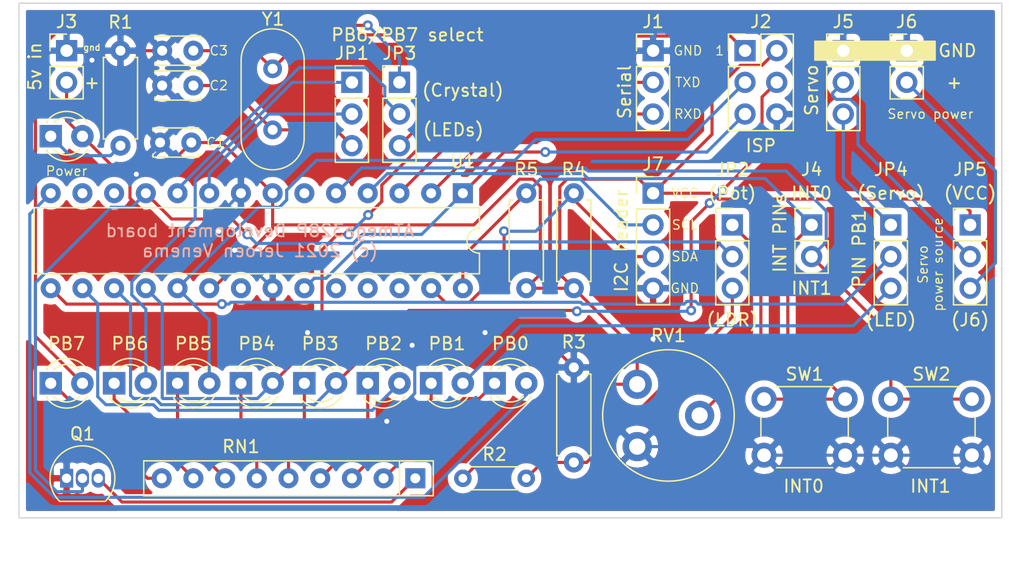
<source format=kicad_pcb>
(kicad_pcb (version 20171130) (host pcbnew 5.1.9-73d0e3b20d~88~ubuntu20.04.1)
  (layers (0 F.Cu signal) (31 B.Cu signal) (34 B.Paste user) (35 F.Paste user) (36 B.SilkS user) (37 F.SilkS user) (38 B.Mask user) (39 F.Mask user) (44 Edge.Cuts user))
  (net 0 "")
  (net 1 GND)
  (net 2 VCC)
  (net 3 "Net-(C2-Pad1)")
  (net 4 "Net-(C3-Pad1)")
  (net 5 "Net-(D1-Pad1)")
  (net 6 "Net-(D2-Pad2)")
  (net 7 "Net-(D2-Pad1)")
  (net 8 "Net-(D3-Pad2)")
  (net 9 "Net-(D3-Pad1)")
  (net 10 "Net-(D4-Pad2)")
  (net 11 "Net-(D4-Pad1)")
  (net 12 "Net-(D5-Pad2)")
  (net 13 "Net-(D5-Pad1)")
  (net 14 "Net-(D6-Pad2)")
  (net 15 "Net-(D6-Pad1)")
  (net 16 "Net-(D7-Pad2)")
  (net 17 "Net-(D7-Pad1)")
  (net 18 "Net-(D8-Pad2)")
  (net 19 "Net-(D8-Pad1)")
  (net 20 "Net-(D9-Pad2)")
  (net 21 "Net-(D9-Pad1)")
  (net 22 /RXD)
  (net 23 /TXD)
  (net 24 "Net-(J2-Pad5)")
  (net 25 "Net-(J4-Pad2)")
  (net 26 "Net-(J4-Pad1)")
  (net 27 "Net-(J5-Pad3)")
  (net 28 "Net-(J5-Pad2)")
  (net 29 "Net-(J6-Pad2)")
  (net 30 "Net-(J7-Pad3)")
  (net 31 "Net-(J7-Pad2)")
  (net 32 "Net-(JP1-Pad2)")
  (net 33 "Net-(JP2-Pad3)")
  (net 34 "Net-(JP2-Pad2)")
  (net 35 "Net-(JP2-Pad1)")
  (net 36 "Net-(JP3-Pad2)")
  (net 37 "Net-(JP4-Pad2)")
  (net 38 "Net-(Q1-Pad3)")
  (net 39 "Net-(U1-Pad13)")
  (net 40 "Net-(U1-Pad26)")
  (net 41 "Net-(U1-Pad12)")
  (net 42 "Net-(U1-Pad25)")
  (net 43 "Net-(U1-Pad24)")
  (net 44 "Net-(U1-Pad21)")
  (net 45 "Net-(U1-Pad6)")
  (module Connector_PinHeader_2.54mm:PinHeader_1x02_P2.54mm_Vertical (layer F.Cu) (at 149.86 83.82)
    (fp_text reference J6 (at 0 -2.33) (layer F.SilkS))
    (fp_text value "Servo power")
    (pad 2 thru_hole oval (at 0 2.54) (size 1.7 1.7) (drill 1) (layers *.Cu *.Mask) (net 29 "Net-(J6-Pad2)"))
    (pad 1 thru_hole rect (at 0 0) (size 1.7 1.7) (drill 1) (layers *.Cu *.Mask) (net 1 GND))
  )
  (module Connector_PinHeader_2.54mm:PinHeader_1x02_P2.54mm_Vertical (layer F.Cu) (at 142.24 97.79)
    (fp_text reference J4 (at 0 -4.445 180) (layer F.SilkS))
    (fp_text value INT0/1)
    (pad 2 thru_hole oval (at 0 2.54) (size 1.7 1.7) (drill 1) (layers *.Cu *.Mask) (net 25 "Net-(J4-Pad2)"))
    (pad 1 thru_hole rect (at 0 0) (size 1.7 1.7) (drill 1) (layers *.Cu *.Mask) (net 26 "Net-(J4-Pad1)"))
  )
  (module Connector_PinHeader_2.54mm:PinHeader_2x03_P2.54mm_Vertical (layer F.Cu) (at 136.906 83.82)
    (fp_text reference J2 (at 1.27 -2.33) (layer F.SilkS))
    (fp_text value AVR-ISP-6)
    (pad 6 thru_hole oval (at 2.54 5.08) (size 1.7 1.7) (drill 1) (layers *.Cu *.Mask) (net 1 GND))
    (pad 5 thru_hole oval (at 0 5.08) (size 1.7 1.7) (drill 1) (layers *.Cu *.Mask) (net 24 "Net-(J2-Pad5)"))
    (pad 4 thru_hole oval (at 2.54 2.54) (size 1.7 1.7) (drill 1) (layers *.Cu *.Mask) (net 12 "Net-(D5-Pad2)"))
    (pad 3 thru_hole oval (at 0 2.54) (size 1.7 1.7) (drill 1) (layers *.Cu *.Mask) (net 16 "Net-(D7-Pad2)"))
    (pad 2 thru_hole oval (at 2.54 0) (size 1.7 1.7) (drill 1) (layers *.Cu *.Mask) (net 2 VCC))
    (pad 1 thru_hole rect (at 0 0) (size 1.7 1.7) (drill 1) (layers *.Cu *.Mask) (net 14 "Net-(D6-Pad2)"))
  )
  (module Resistor_THT:R_Axial_DIN0204_L3.6mm_D1.6mm_P5.08mm_Horizontal (layer F.Cu) (at 114.3 118.11)
    (fp_text reference R2 (at 2.54 -1.92) (layer F.SilkS))
    (fp_text value 100k)
    (pad 2 thru_hole oval (at 5.08 0) (size 1.4 1.4) (drill 0.7) (layers *.Cu *.Mask) (net 33 "Net-(JP2-Pad3)"))
    (pad 1 thru_hole circle (at 0 0) (size 1.4 1.4) (drill 0.7) (layers *.Cu *.Mask) (net 2 VCC))
  )
  (module Crystal:Crystal_HC18-U_Vertical (layer F.Cu) (at 99.06 90.17 90)
    (fp_text reference Y1 (at 8.8773 0.0381 180) (layer F.SilkS))
    (fp_text value 16Mhz)
    (pad 2 thru_hole circle (at 4.9 0 90) (size 1.5 1.5) (drill 0.8) (layers *.Cu *.Mask) (net 4 "Net-(C3-Pad1)"))
    (pad 1 thru_hole circle (at 0 0 90) (size 1.5 1.5) (drill 0.8) (layers *.Cu *.Mask) (net 3 "Net-(C2-Pad1)"))
  )
  (module Package_DIP:DIP-28_W7.62mm (layer F.Cu) (at 114.3 95.25 270)
    (fp_text reference U1 (at -2.54 0 180) (layer F.SilkS))
    (fp_text value ATmega328P-PU)
    (pad 28 thru_hole oval (at 7.62 0 270) (size 1.6 1.6) (drill 0.8) (layers *.Cu *.Mask) (net 31 "Net-(J7-Pad2)"))
    (pad 14 thru_hole oval (at 0 33.02 270) (size 1.6 1.6) (drill 0.8) (layers *.Cu *.Mask) (net 6 "Net-(D2-Pad2)"))
    (pad 27 thru_hole oval (at 7.62 2.54 270) (size 1.6 1.6) (drill 0.8) (layers *.Cu *.Mask) (net 30 "Net-(J7-Pad3)"))
    (pad 13 thru_hole oval (at 0 30.48 270) (size 1.6 1.6) (drill 0.8) (layers *.Cu *.Mask) (net 39 "Net-(U1-Pad13)"))
    (pad 26 thru_hole oval (at 7.62 5.08 270) (size 1.6 1.6) (drill 0.8) (layers *.Cu *.Mask) (net 40 "Net-(U1-Pad26)"))
    (pad 12 thru_hole oval (at 0 27.94 270) (size 1.6 1.6) (drill 0.8) (layers *.Cu *.Mask) (net 41 "Net-(U1-Pad12)"))
    (pad 25 thru_hole oval (at 7.62 7.62 270) (size 1.6 1.6) (drill 0.8) (layers *.Cu *.Mask) (net 42 "Net-(U1-Pad25)"))
    (pad 11 thru_hole oval (at 0 25.4 270) (size 1.6 1.6) (drill 0.8) (layers *.Cu *.Mask) (net 24 "Net-(J2-Pad5)"))
    (pad 24 thru_hole oval (at 7.62 10.16 270) (size 1.6 1.6) (drill 0.8) (layers *.Cu *.Mask) (net 43 "Net-(U1-Pad24)"))
    (pad 10 thru_hole oval (at 0 22.86 270) (size 1.6 1.6) (drill 0.8) (layers *.Cu *.Mask) (net 36 "Net-(JP3-Pad2)"))
    (pad 23 thru_hole oval (at 7.62 12.7 270) (size 1.6 1.6) (drill 0.8) (layers *.Cu *.Mask) (net 34 "Net-(JP2-Pad2)"))
    (pad 9 thru_hole oval (at 0 20.32 270) (size 1.6 1.6) (drill 0.8) (layers *.Cu *.Mask) (net 32 "Net-(JP1-Pad2)"))
    (pad 22 thru_hole oval (at 7.62 15.24 270) (size 1.6 1.6) (drill 0.8) (layers *.Cu *.Mask) (net 1 GND))
    (pad 8 thru_hole oval (at 0 17.78 270) (size 1.6 1.6) (drill 0.8) (layers *.Cu *.Mask) (net 1 GND))
    (pad 21 thru_hole oval (at 7.62 17.78 270) (size 1.6 1.6) (drill 0.8) (layers *.Cu *.Mask) (net 44 "Net-(U1-Pad21)"))
    (pad 7 thru_hole oval (at 0 15.24 270) (size 1.6 1.6) (drill 0.8) (layers *.Cu *.Mask) (net 2 VCC))
    (pad 20 thru_hole oval (at 7.62 20.32 270) (size 1.6 1.6) (drill 0.8) (layers *.Cu *.Mask) (net 2 VCC))
    (pad 6 thru_hole oval (at 0 12.7 270) (size 1.6 1.6) (drill 0.8) (layers *.Cu *.Mask) (net 45 "Net-(U1-Pad6)"))
    (pad 19 thru_hole oval (at 7.62 22.86 270) (size 1.6 1.6) (drill 0.8) (layers *.Cu *.Mask) (net 16 "Net-(D7-Pad2)"))
    (pad 5 thru_hole oval (at 0 10.16 270) (size 1.6 1.6) (drill 0.8) (layers *.Cu *.Mask) (net 25 "Net-(J4-Pad2)"))
    (pad 18 thru_hole oval (at 7.62 25.4 270) (size 1.6 1.6) (drill 0.8) (layers *.Cu *.Mask) (net 14 "Net-(D6-Pad2)"))
    (pad 4 thru_hole oval (at 0 7.62 270) (size 1.6 1.6) (drill 0.8) (layers *.Cu *.Mask) (net 26 "Net-(J4-Pad1)"))
    (pad 17 thru_hole oval (at 7.62 27.94 270) (size 1.6 1.6) (drill 0.8) (layers *.Cu *.Mask) (net 12 "Net-(D5-Pad2)"))
    (pad 3 thru_hole oval (at 0 5.08 270) (size 1.6 1.6) (drill 0.8) (layers *.Cu *.Mask) (net 23 /TXD))
    (pad 16 thru_hole oval (at 7.62 30.48 270) (size 1.6 1.6) (drill 0.8) (layers *.Cu *.Mask) (net 10 "Net-(D4-Pad2)"))
    (pad 2 thru_hole oval (at 0 2.54 270) (size 1.6 1.6) (drill 0.8) (layers *.Cu *.Mask) (net 22 /RXD))
    (pad 15 thru_hole oval (at 7.62 33.02 270) (size 1.6 1.6) (drill 0.8) (layers *.Cu *.Mask) (net 37 "Net-(JP4-Pad2)"))
    (pad 1 thru_hole rect (at 0 0 270) (size 1.6 1.6) (drill 0.8) (layers *.Cu *.Mask) (net 24 "Net-(J2-Pad5)"))
  )
  (module Button_Switch_THT:SW_PUSH_6mm (layer F.Cu) (at 148.59 111.76)
    (fp_text reference SW2 (at 3.25 -2) (layer F.SilkS))
    (fp_text value INT1)
    (pad 1 thru_hole circle (at 6.5 0 90) (size 2 2) (drill 1.1) (layers *.Cu *.Mask) (net 25 "Net-(J4-Pad2)"))
    (pad 2 thru_hole circle (at 6.5 4.5 90) (size 2 2) (drill 1.1) (layers *.Cu *.Mask) (net 1 GND))
    (pad 1 thru_hole circle (at 0 0 90) (size 2 2) (drill 1.1) (layers *.Cu *.Mask) (net 25 "Net-(J4-Pad2)"))
    (pad 2 thru_hole circle (at 0 4.5 90) (size 2 2) (drill 1.1) (layers *.Cu *.Mask) (net 1 GND))
  )
  (module Button_Switch_THT:SW_PUSH_6mm (layer F.Cu) (at 138.43 111.76)
    (fp_text reference SW1 (at 3.25 -2) (layer F.SilkS))
    (fp_text value INT0)
    (pad 1 thru_hole circle (at 6.5 0 90) (size 2 2) (drill 1.1) (layers *.Cu *.Mask) (net 26 "Net-(J4-Pad1)"))
    (pad 2 thru_hole circle (at 6.5 4.5 90) (size 2 2) (drill 1.1) (layers *.Cu *.Mask) (net 1 GND))
    (pad 1 thru_hole circle (at 0 0 90) (size 2 2) (drill 1.1) (layers *.Cu *.Mask) (net 26 "Net-(J4-Pad1)"))
    (pad 2 thru_hole circle (at 0 4.5 90) (size 2 2) (drill 1.1) (layers *.Cu *.Mask) (net 1 GND))
  )
  (module Potentiometer_THT:Potentiometer_Piher_PT-10-V05_Vertical (layer F.Cu) (at 128.27 115.57)
    (fp_text reference RV1 (at 2.5 -8.9) (layer F.SilkS))
    (fp_text value 10k)
    (pad 1 thru_hole circle (at 0 0) (size 2.34 2.34) (drill 1.3) (layers *.Cu *.Mask) (net 1 GND))
    (pad 2 thru_hole circle (at 5 -2.5) (size 2.34 2.34) (drill 1.3) (layers *.Cu *.Mask) (net 35 "Net-(JP2-Pad1)"))
    (pad 3 thru_hole circle (at 0 -5) (size 2.34 2.34) (drill 1.3) (layers *.Cu *.Mask) (net 2 VCC))
  )
  (module Resistor_THT:R_Array_SIP9 (layer F.Cu) (at 110.49 118.11 180)
    (fp_text reference RN1 (at 13.97 2.54) (layer F.SilkS))
    (fp_text value 1k)
    (pad 9 thru_hole oval (at 20.32 0 180) (size 1.6 1.6) (drill 0.8) (layers *.Cu *.Mask) (net 21 "Net-(D9-Pad1)"))
    (pad 8 thru_hole oval (at 17.78 0 180) (size 1.6 1.6) (drill 0.8) (layers *.Cu *.Mask) (net 19 "Net-(D8-Pad1)"))
    (pad 7 thru_hole oval (at 15.24 0 180) (size 1.6 1.6) (drill 0.8) (layers *.Cu *.Mask) (net 17 "Net-(D7-Pad1)"))
    (pad 6 thru_hole oval (at 12.7 0 180) (size 1.6 1.6) (drill 0.8) (layers *.Cu *.Mask) (net 15 "Net-(D6-Pad1)"))
    (pad 5 thru_hole oval (at 10.16 0 180) (size 1.6 1.6) (drill 0.8) (layers *.Cu *.Mask) (net 13 "Net-(D5-Pad1)"))
    (pad 4 thru_hole oval (at 7.62 0 180) (size 1.6 1.6) (drill 0.8) (layers *.Cu *.Mask) (net 11 "Net-(D4-Pad1)"))
    (pad 3 thru_hole oval (at 5.08 0 180) (size 1.6 1.6) (drill 0.8) (layers *.Cu *.Mask) (net 9 "Net-(D3-Pad1)"))
    (pad 2 thru_hole oval (at 2.54 0 180) (size 1.6 1.6) (drill 0.8) (layers *.Cu *.Mask) (net 7 "Net-(D2-Pad1)"))
    (pad 1 thru_hole rect (at 0 0 180) (size 1.6 1.6) (drill 0.8) (layers *.Cu *.Mask) (net 38 "Net-(Q1-Pad3)"))
  )
  (module Resistor_THT:R_Axial_DIN0207_L6.3mm_D2.5mm_P7.62mm_Horizontal (layer F.Cu) (at 119.38 102.87 90)
    (fp_text reference R5 (at 9.525 0 180) (layer F.SilkS))
    (fp_text value 3k3)
    (pad 2 thru_hole oval (at 7.62 0 90) (size 1.6 1.6) (drill 0.8) (layers *.Cu *.Mask) (net 31 "Net-(J7-Pad2)"))
    (pad 1 thru_hole circle (at 0 0 90) (size 1.6 1.6) (drill 0.8) (layers *.Cu *.Mask) (net 2 VCC))
  )
  (module Resistor_THT:R_Axial_DIN0207_L6.3mm_D2.5mm_P7.62mm_Horizontal (layer F.Cu) (at 123.19 102.87 90)
    (fp_text reference R4 (at 9.525 0 180) (layer F.SilkS))
    (fp_text value 3k3)
    (pad 2 thru_hole oval (at 7.62 0 90) (size 1.6 1.6) (drill 0.8) (layers *.Cu *.Mask) (net 30 "Net-(J7-Pad3)"))
    (pad 1 thru_hole circle (at 0 0 90) (size 1.6 1.6) (drill 0.8) (layers *.Cu *.Mask) (net 2 VCC))
  )
  (module Resistor_THT:R_Axial_DIN0207_L6.3mm_D2.5mm_P7.62mm_Horizontal (layer F.Cu) (at 123.19 116.84 90)
    (fp_text reference R3 (at 9.652 0 180) (layer F.SilkS))
    (fp_text value 10k)
    (pad 2 thru_hole oval (at 7.62 0 90) (size 1.6 1.6) (drill 0.8) (layers *.Cu *.Mask) (net 1 GND))
    (pad 1 thru_hole circle (at 0 0 90) (size 1.6 1.6) (drill 0.8) (layers *.Cu *.Mask) (net 33 "Net-(JP2-Pad3)"))
  )
  (module Resistor_THT:R_Axial_DIN0207_L6.3mm_D2.5mm_P7.62mm_Horizontal (layer F.Cu) (at 86.868 91.44 90)
    (fp_text reference R1 (at 9.906 0 180) (layer F.SilkS))
    (fp_text value 1k)
    (pad 2 thru_hole oval (at 7.62 0 90) (size 1.6 1.6) (drill 0.8) (layers *.Cu *.Mask) (net 1 GND))
    (pad 1 thru_hole circle (at 0 0 90) (size 1.6 1.6) (drill 0.8) (layers *.Cu *.Mask) (net 5 "Net-(D1-Pad1)"))
  )
  (module Package_TO_SOT_THT:TO-92_Inline (layer F.Cu) (at 82.55 118.11)
    (fp_text reference Q1 (at 1.27 -3.56) (layer F.SilkS))
    (fp_text value 2N7000)
    (pad 1 thru_hole rect (at 0 0) (size 1.05 1.5) (drill 0.75) (layers *.Cu *.Mask) (net 1 GND))
    (pad 3 thru_hole oval (at 2.54 0) (size 1.05 1.5) (drill 0.75) (layers *.Cu *.Mask) (net 38 "Net-(Q1-Pad3)"))
    (pad 2 thru_hole oval (at 1.27 0) (size 1.05 1.5) (drill 0.75) (layers *.Cu *.Mask) (net 24 "Net-(J2-Pad5)"))
  )
  (module Connector_PinHeader_2.54mm:PinHeader_1x03_P2.54mm_Vertical (layer F.Cu) (at 154.94 97.79)
    (fp_text reference JP5 (at 0 -4.445 180) (layer F.SilkS))
    (fp_text value "Servo VCC/External power")
    (pad 3 thru_hole oval (at 0 5.08) (size 1.7 1.7) (drill 1) (layers *.Cu *.Mask) (net 29 "Net-(J6-Pad2)"))
    (pad 2 thru_hole oval (at 0 2.54) (size 1.7 1.7) (drill 1) (layers *.Cu *.Mask) (net 28 "Net-(J5-Pad2)"))
    (pad 1 thru_hole rect (at 0 0) (size 1.7 1.7) (drill 1) (layers *.Cu *.Mask) (net 2 VCC))
  )
  (module Connector_PinHeader_2.54mm:PinHeader_1x03_P2.54mm_Vertical (layer F.Cu) (at 148.59 97.79)
    (fp_text reference JP4 (at 0 -4.445 180) (layer F.SilkS))
    (fp_text value "PB1 LED/Servo")
    (pad 3 thru_hole oval (at 0 5.08) (size 1.7 1.7) (drill 1) (layers *.Cu *.Mask) (net 8 "Net-(D3-Pad2)"))
    (pad 2 thru_hole oval (at 0 2.54) (size 1.7 1.7) (drill 1) (layers *.Cu *.Mask) (net 37 "Net-(JP4-Pad2)"))
    (pad 1 thru_hole rect (at 0 0) (size 1.7 1.7) (drill 1) (layers *.Cu *.Mask) (net 27 "Net-(J5-Pad3)"))
  )
  (module Connector_PinHeader_2.54mm:PinHeader_1x03_P2.54mm_Vertical (layer F.Cu) (at 109.22 86.36)
    (fp_text reference JP3 (at 0 -2.33) (layer F.SilkS))
    (fp_text value XTAL/PB7)
    (pad 3 thru_hole oval (at 0 5.08) (size 1.7 1.7) (drill 1) (layers *.Cu *.Mask) (net 4 "Net-(C3-Pad1)"))
    (pad 2 thru_hole oval (at 0 2.54) (size 1.7 1.7) (drill 1) (layers *.Cu *.Mask) (net 36 "Net-(JP3-Pad2)"))
    (pad 1 thru_hole rect (at 0 0) (size 1.7 1.7) (drill 1) (layers *.Cu *.Mask) (net 20 "Net-(D9-Pad2)"))
  )
  (module Connector_PinHeader_2.54mm:PinHeader_1x03_P2.54mm_Vertical (layer F.Cu) (at 135.89 97.79)
    (fp_text reference JP2 (at 0 -4.445 180) (layer F.SilkS))
    (fp_text value LDR/Pot)
    (pad 3 thru_hole oval (at 0 5.08) (size 1.7 1.7) (drill 1) (layers *.Cu *.Mask) (net 33 "Net-(JP2-Pad3)"))
    (pad 2 thru_hole oval (at 0 2.54) (size 1.7 1.7) (drill 1) (layers *.Cu *.Mask) (net 34 "Net-(JP2-Pad2)"))
    (pad 1 thru_hole rect (at 0 0) (size 1.7 1.7) (drill 1) (layers *.Cu *.Mask) (net 35 "Net-(JP2-Pad1)"))
  )
  (module Connector_PinHeader_2.54mm:PinHeader_1x03_P2.54mm_Vertical (layer F.Cu) (at 105.41 86.36)
    (fp_text reference JP1 (at 0 -2.33) (layer F.SilkS))
    (fp_text value XTAL/PB6)
    (pad 3 thru_hole oval (at 0 5.08) (size 1.7 1.7) (drill 1) (layers *.Cu *.Mask) (net 3 "Net-(C2-Pad1)"))
    (pad 2 thru_hole oval (at 0 2.54) (size 1.7 1.7) (drill 1) (layers *.Cu *.Mask) (net 32 "Net-(JP1-Pad2)"))
    (pad 1 thru_hole rect (at 0 0) (size 1.7 1.7) (drill 1) (layers *.Cu *.Mask) (net 18 "Net-(D8-Pad2)"))
  )
  (module Connector_PinHeader_2.54mm:PinHeader_1x04_P2.54mm_Vertical (layer F.Cu) (at 129.54 95.25)
    (fp_text reference J7 (at 0 -2.33 180) (layer F.SilkS))
    (fp_text value "I2C Header")
    (pad 4 thru_hole oval (at 0 7.62) (size 1.7 1.7) (drill 1) (layers *.Cu *.Mask) (net 1 GND))
    (pad 3 thru_hole oval (at 0 5.08) (size 1.7 1.7) (drill 1) (layers *.Cu *.Mask) (net 30 "Net-(J7-Pad3)"))
    (pad 2 thru_hole oval (at 0 2.54) (size 1.7 1.7) (drill 1) (layers *.Cu *.Mask) (net 31 "Net-(J7-Pad2)"))
    (pad 1 thru_hole rect (at 0 0) (size 1.7 1.7) (drill 1) (layers *.Cu *.Mask) (net 2 VCC))
  )
  (module Connector_PinHeader_2.54mm:PinHeader_1x03_P2.54mm_Vertical (layer F.Cu) (at 144.78 83.82)
    (fp_text reference J5 (at 0 -2.33) (layer F.SilkS))
    (fp_text value Servo)
    (pad 3 thru_hole oval (at 0 5.08) (size 1.7 1.7) (drill 1) (layers *.Cu *.Mask) (net 27 "Net-(J5-Pad3)"))
    (pad 2 thru_hole oval (at 0 2.54) (size 1.7 1.7) (drill 1) (layers *.Cu *.Mask) (net 28 "Net-(J5-Pad2)"))
    (pad 1 thru_hole rect (at 0 0) (size 1.7 1.7) (drill 1) (layers *.Cu *.Mask) (net 1 GND))
  )
  (module Connector_PinHeader_2.54mm:PinHeader_1x02_P2.54mm_Vertical (layer F.Cu) (at 82.55 83.82)
    (fp_text reference J3 (at 0 -2.33) (layer F.SilkS))
    (fp_text value "5v Power")
    (pad 2 thru_hole oval (at 0 2.54) (size 1.7 1.7) (drill 1) (layers *.Cu *.Mask) (net 2 VCC))
    (pad 1 thru_hole rect (at 0 0) (size 1.7 1.7) (drill 1) (layers *.Cu *.Mask) (net 1 GND))
  )
  (module Connector_PinHeader_2.54mm:PinHeader_1x03_P2.54mm_Vertical (layer F.Cu) (at 129.54 83.82)
    (fp_text reference J1 (at 0 -2.33) (layer F.SilkS))
    (fp_text value "Serial header")
    (pad 3 thru_hole oval (at 0 5.08) (size 1.7 1.7) (drill 1) (layers *.Cu *.Mask) (net 22 /RXD))
    (pad 2 thru_hole oval (at 0 2.54) (size 1.7 1.7) (drill 1) (layers *.Cu *.Mask) (net 23 /TXD))
    (pad 1 thru_hole rect (at 0 0) (size 1.7 1.7) (drill 1) (layers *.Cu *.Mask) (net 1 GND))
  )
  (module LED_THT:LED_D3.0mm (layer F.Cu) (at 81.28 110.49)
    (fp_text reference D9 hide)
    (fp_text value PB7)
    (pad 2 thru_hole circle (at 2.54 0) (size 1.8 1.8) (drill 0.9) (layers *.Cu *.Mask) (net 20 "Net-(D9-Pad2)"))
    (pad 1 thru_hole rect (at 0 0) (size 1.8 1.8) (drill 0.9) (layers *.Cu *.Mask) (net 21 "Net-(D9-Pad1)"))
  )
  (module LED_THT:LED_D3.0mm (layer F.Cu) (at 86.36 110.49)
    (fp_text reference D8 hide)
    (fp_text value PB6)
    (pad 2 thru_hole circle (at 2.54 0) (size 1.8 1.8) (drill 0.9) (layers *.Cu *.Mask) (net 18 "Net-(D8-Pad2)"))
    (pad 1 thru_hole rect (at 0 0) (size 1.8 1.8) (drill 0.9) (layers *.Cu *.Mask) (net 19 "Net-(D8-Pad1)"))
  )
  (module LED_THT:LED_D3.0mm (layer F.Cu) (at 91.44 110.49)
    (fp_text reference D7 hide)
    (fp_text value PB5)
    (pad 2 thru_hole circle (at 2.54 0) (size 1.8 1.8) (drill 0.9) (layers *.Cu *.Mask) (net 16 "Net-(D7-Pad2)"))
    (pad 1 thru_hole rect (at 0 0) (size 1.8 1.8) (drill 0.9) (layers *.Cu *.Mask) (net 17 "Net-(D7-Pad1)"))
  )
  (module LED_THT:LED_D3.0mm (layer F.Cu) (at 96.52 110.49)
    (fp_text reference D6 hide)
    (fp_text value PB4)
    (pad 2 thru_hole circle (at 2.54 0) (size 1.8 1.8) (drill 0.9) (layers *.Cu *.Mask) (net 14 "Net-(D6-Pad2)"))
    (pad 1 thru_hole rect (at 0 0) (size 1.8 1.8) (drill 0.9) (layers *.Cu *.Mask) (net 15 "Net-(D6-Pad1)"))
  )
  (module LED_THT:LED_D3.0mm (layer F.Cu) (at 101.6 110.49)
    (fp_text reference D5 hide)
    (fp_text value PB3)
    (pad 2 thru_hole circle (at 2.54 0) (size 1.8 1.8) (drill 0.9) (layers *.Cu *.Mask) (net 12 "Net-(D5-Pad2)"))
    (pad 1 thru_hole rect (at 0 0) (size 1.8 1.8) (drill 0.9) (layers *.Cu *.Mask) (net 13 "Net-(D5-Pad1)"))
  )
  (module LED_THT:LED_D3.0mm (layer F.Cu) (at 106.68 110.49)
    (fp_text reference D4 hide)
    (fp_text value PB2)
    (pad 2 thru_hole circle (at 2.54 0) (size 1.8 1.8) (drill 0.9) (layers *.Cu *.Mask) (net 10 "Net-(D4-Pad2)"))
    (pad 1 thru_hole rect (at 0 0) (size 1.8 1.8) (drill 0.9) (layers *.Cu *.Mask) (net 11 "Net-(D4-Pad1)"))
  )
  (module LED_THT:LED_D3.0mm (layer F.Cu) (at 111.76 110.49)
    (fp_text reference D3 hide)
    (fp_text value PB1)
    (pad 2 thru_hole circle (at 2.54 0) (size 1.8 1.8) (drill 0.9) (layers *.Cu *.Mask) (net 8 "Net-(D3-Pad2)"))
    (pad 1 thru_hole rect (at 0 0) (size 1.8 1.8) (drill 0.9) (layers *.Cu *.Mask) (net 9 "Net-(D3-Pad1)"))
  )
  (module LED_THT:LED_D3.0mm (layer F.Cu) (at 116.84 110.49)
    (fp_text reference D2 hide)
    (fp_text value PB0)
    (pad 2 thru_hole circle (at 2.54 0) (size 1.8 1.8) (drill 0.9) (layers *.Cu *.Mask) (net 6 "Net-(D2-Pad2)"))
    (pad 1 thru_hole rect (at 0 0) (size 1.8 1.8) (drill 0.9) (layers *.Cu *.Mask) (net 7 "Net-(D2-Pad1)"))
  )
  (module LED_THT:LED_D3.0mm (layer F.Cu) (at 81.28 90.678)
    (fp_text reference D1 hide)
    (fp_text value LED)
    (pad 2 thru_hole circle (at 2.54 0) (size 1.8 1.8) (drill 0.9) (layers *.Cu *.Mask) (net 2 VCC))
    (pad 1 thru_hole rect (at 0 0) (size 1.8 1.8) (drill 0.9) (layers *.Cu *.Mask) (net 5 "Net-(D1-Pad1)"))
  )
  (module Capacitor_THT:C_Disc_D3.4mm_W2.1mm_P2.50mm (layer F.Cu) (at 92.71 83.82 180)
    (fp_text reference C3 (at -2.032 0) (layer F.SilkS) (effects (font (size 0.75 0.75) (thickness 0.1))))
    (fp_text value 22p)
    (pad 2 thru_hole circle (at 2.5 0 180) (size 1.6 1.6) (drill 0.8) (layers *.Cu *.Mask) (net 1 GND))
    (pad 1 thru_hole circle (at 0 0 180) (size 1.6 1.6) (drill 0.8) (layers *.Cu *.Mask) (net 4 "Net-(C3-Pad1)"))
  )
  (module Capacitor_THT:C_Disc_D3.4mm_W2.1mm_P2.50mm (layer F.Cu) (at 92.71 86.614 180)
    (fp_text reference C2 (at -2.032 0) (layer F.SilkS) (effects (font (size 0.75 0.75) (thickness 0.1))))
    (fp_text value 22p)
    (pad 2 thru_hole circle (at 2.5 0 180) (size 1.6 1.6) (drill 0.8) (layers *.Cu *.Mask) (net 1 GND))
    (pad 1 thru_hole circle (at 0 0 180) (size 1.6 1.6) (drill 0.8) (layers *.Cu *.Mask) (net 3 "Net-(C2-Pad1)"))
  )
  (module Capacitor_THT:C_Disc_D3.4mm_W2.1mm_P2.50mm (layer F.Cu) (at 92.5449 91.186 180)
    (fp_text reference C1 (at -1.9431 0) (layer F.SilkS) (effects (font (size 0.75 0.75) (thickness 0.1))))
    (fp_text value 100n)
    (pad 2 thru_hole circle (at 2.5 0 180) (size 1.6 1.6) (drill 0.8) (layers *.Cu *.Mask) (net 1 GND))
    (pad 1 thru_hole circle (at 0 0 180) (size 1.6 1.6) (drill 0.8) (layers *.Cu *.Mask) (net 2 VCC))
  )
  (gr_text VCC (at 132.08 95.25) (layer F.SilkS) (effects (font (size 0.75 0.75) (thickness 0.1))))
  (gr_text SCL (at 132.08 97.79) (layer F.SilkS) (effects (font (size 0.75 0.75) (thickness 0.1))))
  (gr_text SDA (at 132.08 100.33) (layer F.SilkS) (effects (font (size 0.75 0.75) (thickness 0.1))))
  (gr_text GND (at 132.08 102.87) (layer F.SilkS) (effects (font (size 0.75 0.75) (thickness 0.1))))
  (gr_text Power (at 82.55 93.472) (layer F.SilkS) (effects (font (size 0.75 0.75) (thickness 0.1))))
  (gr_text gnd (at 84.582 83.566) (layer F.SilkS) (effects (font (size 0.5 0.5) (thickness 0.1))))
  (gr_text + (at 84.582 86.36) (layer F.SilkS) (effects (font (size 1 1))))
  (gr_text "5v in" (at 80.01 85.09 90) (layer F.SilkS) (effects (font (size 1 1))))
  (gr_text "ATmega328P Development board\n(c) 2021 Jeroen Venema" (at 98.044 99.06) (layer B.SilkS) (effects (font (size 1 1)) (justify mirror)))
  (gr_poly (pts (xy 152.146 84.582) (xy 142.494 84.582) (xy 142.494 83.058) (xy 152.146 83.058)) (layer F.SilkS) (width 0.1))
  (gr_text INT1 (at 142.24 102.87) (layer F.SilkS) (effects (font (size 1 1))))
  (gr_text INT0 (at 142.24 95.25) (layer F.SilkS) (effects (font (size 1 1))))
  (gr_text INT1 (at 151.765 118.745) (layer F.SilkS) (effects (font (size 1 1))))
  (gr_text INT0 (at 141.605 118.745) (layer F.SilkS) (effects (font (size 1 1))))
  (gr_text PB7 (at 82.55 107.315) (layer F.SilkS) (effects (font (size 1 1))))
  (gr_text PB6 (at 87.63 107.315) (layer F.SilkS) (effects (font (size 1 1))))
  (gr_text PB5 (at 92.71 107.315) (layer F.SilkS) (effects (font (size 1 1))))
  (gr_text PB4 (at 97.79 107.315) (layer F.SilkS) (effects (font (size 1 1))))
  (gr_text PB3 (at 102.87 107.315) (layer F.SilkS) (effects (font (size 1 1))))
  (gr_text PB2 (at 107.95 107.315) (layer F.SilkS) (effects (font (size 1 1))))
  (gr_text PB1 (at 113.03 107.315) (layer F.SilkS) (effects (font (size 1 1))))
  (gr_text PB0 (at 118.11 107.315) (layer F.SilkS) (effects (font (size 1 1))))
  (gr_text + (at 153.67 86.36) (layer F.SilkS) (effects (font (size 1 1))))
  (gr_text "PB6/PB7 select" (at 109.855 82.55) (layer F.SilkS) (effects (font (size 1 1))))
  (gr_text "(Crystal)" (at 114.3 86.995) (layer F.SilkS) (effects (font (size 1 1))))
  (gr_text "(LEDs)" (at 113.538 90.17) (layer F.SilkS) (effects (font (size 1 1))))
  (gr_text "I2C header" (at 127 99.06 90) (layer F.SilkS) (effects (font (size 1 1))))
  (gr_text "(Pot)" (at 135.89 95.25) (layer F.SilkS) (effects (font (size 1 1))))
  (gr_text "(LDR)" (at 135.89 105.41) (layer F.SilkS) (effects (font (size 1 1))))
  (gr_text "INT PINs" (at 139.7 98.425 90) (layer F.SilkS) (effects (font (size 1 1))))
  (gr_text "PIN PB1" (at 146.05 99.695 90) (layer F.SilkS) (effects (font (size 1 1))))
  (gr_text "(Servo)" (at 148.59 95.25) (layer F.SilkS) (effects (font (size 1 1))))
  (gr_text "(LED)" (at 148.59 105.41) (layer F.SilkS) (effects (font (size 1 1))))
  (gr_text "(VCC)" (at 154.94 95.25) (layer F.SilkS) (effects (font (size 1 1))))
  (gr_text "(J6)" (at 154.94 105.41) (layer F.SilkS) (effects (font (size 1 1))))
  (gr_text "Servo\npower source" (at 151.765 100.965 90) (layer F.SilkS) (effects (font (size 0.75 0.75) (thickness 0.1))))
  (gr_text GND (at 153.924 83.82) (layer F.SilkS) (effects (font (size 1 1))))
  (gr_text 1 (at 134.874 83.82) (layer F.SilkS) (effects (font (size 0.75 0.75) (thickness 0.1))))
  (gr_text GND (at 132.334 83.82) (layer F.SilkS) (effects (font (size 0.75 0.75) (thickness 0.1))))
  (gr_text RXD (at 132.334 88.9) (layer F.SilkS) (effects (font (size 0.75 0.75) (thickness 0.1))))
  (gr_text TXD (at 132.334 86.36) (layer F.SilkS) (effects (font (size 0.75 0.75) (thickness 0.1))))
  (gr_text "Servo power" (at 151.765 88.9) (layer F.SilkS) (effects (font (size 0.75 0.75) (thickness 0.1))))
  (gr_text Servo (at 142.24 86.995 90) (layer F.SilkS) (effects (font (size 1 1))))
  (gr_text ISP (at 138.176 91.44) (layer F.SilkS) (effects (font (size 1 1))))
  (gr_text Serial (at 127.254 87.122 90) (layer F.SilkS) (effects (font (size 1 1))))
  (gr_line (start 157.48 80.01) (end 78.74 80.01) (layer Edge.Cuts) (width 0.1))
  (gr_line (start 157.48 121.285) (end 157.48 80.01) (layer Edge.Cuts) (width 0.1))
  (gr_line (start 78.74 121.285) (end 157.48 121.285) (layer Edge.Cuts) (width 0.1))
  (gr_line (start 78.74 80.01) (end 78.74 121.285) (layer Edge.Cuts) (width 0.1))
  (via (at 110.236 107.442) (size 0.8) (drill 0.4) (layers F.Cu B.Cu) (net 1))
  (via (at 108.204 113.538) (size 0.8) (drill 0.4) (layers F.Cu B.Cu) (net 1))
  (segment (start 90.21 83.82) (end 86.36 83.82) (width 0.25) (layer F.Cu) (net 1))
  (segment (start 82.55 83.82) (end 86.36 83.82) (width 0.25) (layer F.Cu) (net 1))
  (via (at 84.582 84.582) (size 0.8) (drill 0.4) (layers F.Cu B.Cu) (net 1))
  (segment (start 99.06 102.87) (end 96.012 99.822) (width 0.25) (layer B.Cu) (net 1))
  (via (at 96.012 99.822) (size 0.8) (drill 0.4) (layers F.Cu B.Cu) (net 1))
  (segment (start 96.012 99.568006) (end 96.012 99.822) (width 0.25) (layer F.Cu) (net 1))
  (segment (start 94.742 97.028) (end 94.742 98.298006) (width 0.25) (layer B.Cu) (net 1))
  (segment (start 96.52 95.25) (end 94.742 97.028) (width 0.25) (layer B.Cu) (net 1))
  (segment (start 94.742 98.298006) (end 96.012 99.568006) (width 0.25) (layer F.Cu) (net 1))
  (via (at 94.742 98.298006) (size 0.8) (drill 0.4) (layers F.Cu B.Cu) (net 1))
  (segment (start 90.283004 98.298006) (end 87.63 95.645002) (width 0.25) (layer F.Cu) (net 1))
  (segment (start 94.742 98.298006) (end 90.283004 98.298006) (width 0.25) (layer F.Cu) (net 1))
  (via (at 88.138 93.726) (size 0.8) (drill 0.4) (layers F.Cu B.Cu) (net 1))
  (segment (start 87.63 94.234) (end 88.138 93.726) (width 0.25) (layer F.Cu) (net 1))
  (segment (start 87.63 95.645002) (end 87.63 94.234) (width 0.25) (layer F.Cu) (net 1))
  (segment (start 90.0449 91.8191) (end 90.0449 91.186) (width 0.25) (layer B.Cu) (net 1))
  (segment (start 88.138 93.726) (end 90.0449 91.8191) (width 0.25) (layer B.Cu) (net 1))
  (segment (start 123.19 109.22) (end 127.254 109.22) (width 0.25) (layer B.Cu) (net 1))
  (via (at 129.54 106.934) (size 0.8) (drill 0.4) (layers F.Cu B.Cu) (net 1))
  (segment (start 127.399001 109.074999) (end 129.54 106.934) (width 0.25) (layer B.Cu) (net 1))
  (segment (start 127.254 109.22) (end 127.399001 109.074999) (width 0.25) (layer B.Cu) (net 1))
  (segment (start 129.54 106.934) (end 129.54 102.87) (width 0.25) (layer F.Cu) (net 1))
  (segment (start 123.19 110.49) (end 128.27 115.57) (width 0.25) (layer B.Cu) (net 1))
  (segment (start 123.19 109.22) (end 123.19 110.49) (width 0.25) (layer B.Cu) (net 1))
  (segment (start 137.74 115.57) (end 138.43 116.26) (width 0.25) (layer B.Cu) (net 1))
  (segment (start 128.27 115.57) (end 137.74 115.57) (width 0.25) (layer B.Cu) (net 1))
  (segment (start 138.43 116.26) (end 144.93 116.26) (width 0.25) (layer B.Cu) (net 1))
  (segment (start 144.93 116.26) (end 148.59 116.26) (width 0.25) (layer B.Cu) (net 1))
  (segment (start 148.59 116.26) (end 155.09 116.26) (width 0.25) (layer B.Cu) (net 1))
  (segment (start 99.06 102.87) (end 99.06 104.394) (width 0.25) (layer F.Cu) (net 1))
  (via (at 101.854 106.426) (size 0.8) (drill 0.4) (layers F.Cu B.Cu) (net 1))
  (segment (start 101.092 106.426) (end 101.854 106.426) (width 0.25) (layer F.Cu) (net 1))
  (segment (start 99.06 104.394) (end 101.092 106.426) (width 0.25) (layer F.Cu) (net 1))
  (via (at 116.078 106.426) (size 0.8) (drill 0.4) (layers F.Cu B.Cu) (net 1))
  (segment (start 114.808 106.426) (end 116.078 106.426) (width 0.25) (layer B.Cu) (net 1))
  (segment (start 120.396 106.426) (end 123.19 109.22) (width 0.25) (layer F.Cu) (net 1))
  (segment (start 116.078 106.426) (end 120.396 106.426) (width 0.25) (layer F.Cu) (net 1))
  (segment (start 110.445001 111.296999) (end 108.204 113.538) (width 0.25) (layer B.Cu) (net 1))
  (segment (start 110.445001 107.651001) (end 110.445001 111.296999) (width 0.25) (layer B.Cu) (net 1))
  (segment (start 110.236 107.442) (end 110.445001 107.651001) (width 0.25) (layer B.Cu) (net 1))
  (segment (start 110.236 107.442) (end 110.236 106.426) (width 0.25) (layer B.Cu) (net 1))
  (segment (start 110.236 106.426) (end 114.808 106.426) (width 0.25) (layer B.Cu) (net 1))
  (segment (start 101.854 106.426) (end 110.236 106.426) (width 0.25) (layer B.Cu) (net 1))
  (segment (start 121.84 110.57) (end 114.3 118.11) (width 0.25) (layer F.Cu) (net 2))
  (segment (start 128.27 110.57) (end 121.84 110.57) (width 0.25) (layer F.Cu) (net 2))
  (segment (start 94.996 91.186) (end 99.06 95.25) (width 0.25) (layer F.Cu) (net 2))
  (segment (start 92.5449 91.186) (end 94.996 91.186) (width 0.25) (layer F.Cu) (net 2))
  (segment (start 99.06 95.25) (end 99.06 97.79) (width 0.25) (layer F.Cu) (net 2))
  (segment (start 119.38 102.87) (end 123.19 102.87) (width 0.25) (layer F.Cu) (net 2))
  (segment (start 129.54 95.25) (end 128.414999 94.124999) (width 0.25) (layer F.Cu) (net 2))
  (segment (start 122.064999 94.709999) (end 122.064999 101.744999) (width 0.25) (layer F.Cu) (net 2))
  (segment (start 128.414999 94.124999) (end 122.649999 94.124999) (width 0.25) (layer F.Cu) (net 2))
  (segment (start 122.649999 94.124999) (end 122.064999 94.709999) (width 0.25) (layer F.Cu) (net 2))
  (segment (start 122.064999 101.744999) (end 122.390001 102.070001) (width 0.25) (layer F.Cu) (net 2))
  (segment (start 122.390001 102.070001) (end 123.19 102.87) (width 0.25) (layer F.Cu) (net 2))
  (segment (start 120.505001 94.709999) (end 119.920001 94.124999) (width 0.25) (layer F.Cu) (net 2))
  (segment (start 119.920001 94.124999) (end 118.839999 94.124999) (width 0.25) (layer F.Cu) (net 2))
  (segment (start 118.839999 94.124999) (end 115.174998 97.79) (width 0.25) (layer F.Cu) (net 2))
  (segment (start 119.38 102.87) (end 120.505001 101.744999) (width 0.25) (layer F.Cu) (net 2))
  (segment (start 115.174998 97.79) (end 103.320998 97.79) (width 0.25) (layer F.Cu) (net 2))
  (segment (start 120.505001 101.744999) (end 120.505001 94.709999) (width 0.25) (layer F.Cu) (net 2))
  (segment (start 103.320998 97.79) (end 99.06 97.79) (width 0.25) (layer F.Cu) (net 2))
  (segment (start 123.19 102.87) (end 128.27 107.95) (width 0.25) (layer F.Cu) (net 2))
  (segment (start 128.27 107.95) (end 128.27 110.57) (width 0.25) (layer F.Cu) (net 2))
  (segment (start 129.54 95.25) (end 134.308998 95.25) (width 0.25) (layer F.Cu) (net 2))
  (segment (start 134.308998 95.25) (end 134.779999 95.721001) (width 0.25) (layer F.Cu) (net 2))
  (segment (start 153.971001 95.721001) (end 154.94 96.69) (width 0.25) (layer F.Cu) (net 2))
  (segment (start 134.779999 95.721001) (end 153.971001 95.721001) (width 0.25) (layer F.Cu) (net 2))
  (segment (start 154.94 96.69) (end 154.94 97.79) (width 0.25) (layer F.Cu) (net 2))
  (segment (start 134.264988 90.525012) (end 129.54 95.25) (width 0.25) (layer F.Cu) (net 2))
  (segment (start 134.264988 87.26201) (end 134.264988 90.525012) (width 0.25) (layer F.Cu) (net 2))
  (segment (start 136.531997 84.995001) (end 134.264988 87.26201) (width 0.25) (layer F.Cu) (net 2))
  (segment (start 138.270999 84.995001) (end 136.531997 84.995001) (width 0.25) (layer F.Cu) (net 2))
  (segment (start 139.446 83.82) (end 138.270999 84.995001) (width 0.25) (layer F.Cu) (net 2))
  (segment (start 82.55 89.408) (end 83.82 90.678) (width 0.25) (layer F.Cu) (net 2))
  (segment (start 82.55 86.36) (end 82.55 89.408) (width 0.25) (layer F.Cu) (net 2))
  (segment (start 83.82 90.678) (end 86.106 92.964) (width 0.25) (layer F.Cu) (net 2))
  (segment (start 90.7669 92.964) (end 92.5449 91.186) (width 0.25) (layer F.Cu) (net 2))
  (segment (start 86.106 92.964) (end 90.7669 92.964) (width 0.25) (layer F.Cu) (net 2))
  (segment (start 94.291002 102.87) (end 93.98 102.87) (width 0.25) (layer F.Cu) (net 2))
  (segment (start 99.06 97.79) (end 99.06 98.101002) (width 0.25) (layer F.Cu) (net 2))
  (segment (start 99.06 98.101002) (end 94.291002 102.87) (width 0.25) (layer F.Cu) (net 2))
  (segment (start 104.14 90.17) (end 105.41 91.44) (width 0.25) (layer F.Cu) (net 3))
  (segment (start 99.06 90.17) (end 104.14 90.17) (width 0.25) (layer F.Cu) (net 3))
  (segment (start 95.504 86.614) (end 99.06 90.17) (width 0.25) (layer F.Cu) (net 3))
  (segment (start 92.964 86.614) (end 95.504 86.614) (width 0.25) (layer F.Cu) (net 3))
  (segment (start 92.71 86.36) (end 92.964 86.614) (width 0.25) (layer F.Cu) (net 3))
  (segment (start 97.61 83.82) (end 99.06 85.27) (width 0.25) (layer F.Cu) (net 4))
  (segment (start 92.71 83.82) (end 97.61 83.82) (width 0.25) (layer F.Cu) (net 4))
  (segment (start 99.06 85.27) (end 101.78 82.55) (width 0.25) (layer F.Cu) (net 4))
  (segment (start 101.78 82.55) (end 109.22 82.55) (width 0.25) (layer F.Cu) (net 4))
  (segment (start 109.22 82.55) (end 110.744 84.074) (width 0.25) (layer F.Cu) (net 4))
  (segment (start 110.744 89.916) (end 109.22 91.44) (width 0.25) (layer F.Cu) (net 4))
  (segment (start 110.744 84.074) (end 110.744 89.916) (width 0.25) (layer F.Cu) (net 4))
  (segment (start 86.068001 92.239999) (end 86.868 91.44) (width 0.25) (layer B.Cu) (net 5))
  (segment (start 82.841999 92.239999) (end 86.068001 92.239999) (width 0.25) (layer B.Cu) (net 5))
  (segment (start 81.28 90.678) (end 82.841999 92.239999) (width 0.25) (layer B.Cu) (net 5))
  (segment (start 119.38 111.405002) (end 119.38 110.49) (width 0.25) (layer B.Cu) (net 6))
  (segment (start 111.149991 119.635011) (end 119.38 111.405002) (width 0.25) (layer B.Cu) (net 6))
  (segment (start 81.578599 119.635011) (end 111.149991 119.635011) (width 0.25) (layer B.Cu) (net 6))
  (segment (start 79.60499 117.661402) (end 81.578599 119.635011) (width 0.25) (layer B.Cu) (net 6))
  (segment (start 79.60499 96.92501) (end 79.60499 117.661402) (width 0.25) (layer B.Cu) (net 6))
  (segment (start 81.28 95.25) (end 79.60499 96.92501) (width 0.25) (layer B.Cu) (net 6))
  (segment (start 114.344999 111.715001) (end 107.95 118.11) (width 0.25) (layer F.Cu) (net 7))
  (segment (start 115.614999 111.715001) (end 114.344999 111.715001) (width 0.25) (layer F.Cu) (net 7))
  (segment (start 116.84 110.49) (end 115.614999 111.715001) (width 0.25) (layer F.Cu) (net 7))
  (segment (start 145.578999 105.881001) (end 118.908999 105.881001) (width 0.25) (layer B.Cu) (net 8))
  (segment (start 148.59 102.87) (end 145.578999 105.881001) (width 0.25) (layer B.Cu) (net 8))
  (segment (start 118.908999 105.881001) (end 114.3 110.49) (width 0.25) (layer B.Cu) (net 8))
  (segment (start 111.76 111.76) (end 105.41 118.11) (width 0.25) (layer F.Cu) (net 9))
  (segment (start 111.76 110.49) (end 111.76 111.76) (width 0.25) (layer F.Cu) (net 9))
  (segment (start 85.045001 104.095001) (end 83.82 102.87) (width 0.25) (layer B.Cu) (net 10))
  (segment (start 85.045001 111.560003) (end 85.045001 104.095001) (width 0.25) (layer B.Cu) (net 10))
  (segment (start 85.695007 112.210009) (end 85.045001 111.560003) (width 0.25) (layer B.Cu) (net 10))
  (segment (start 89.502185 112.210009) (end 85.695007 112.210009) (width 0.25) (layer B.Cu) (net 10))
  (segment (start 89.952196 112.66002) (end 89.502185 112.210009) (width 0.25) (layer B.Cu) (net 10))
  (segment (start 109.22 110.49) (end 107.04998 112.66002) (width 0.25) (layer B.Cu) (net 10))
  (segment (start 107.04998 112.66002) (end 89.952196 112.66002) (width 0.25) (layer B.Cu) (net 10))
  (segment (start 106.68 114.3) (end 102.87 118.11) (width 0.25) (layer F.Cu) (net 11))
  (segment (start 106.68 110.49) (end 106.68 114.3) (width 0.25) (layer F.Cu) (net 11))
  (segment (start 90.138596 112.210009) (end 89.643588 111.715001) (width 0.25) (layer B.Cu) (net 12))
  (segment (start 102.419991 112.210009) (end 90.138596 112.210009) (width 0.25) (layer B.Cu) (net 12))
  (segment (start 87.674999 111.461001) (end 87.674999 104.184999) (width 0.25) (layer B.Cu) (net 12))
  (segment (start 87.928999 111.715001) (end 87.674999 111.461001) (width 0.25) (layer B.Cu) (net 12))
  (segment (start 89.643588 111.715001) (end 87.928999 111.715001) (width 0.25) (layer B.Cu) (net 12))
  (segment (start 104.14 110.49) (end 102.419991 112.210009) (width 0.25) (layer B.Cu) (net 12))
  (segment (start 87.674999 104.184999) (end 86.36 102.87) (width 0.25) (layer B.Cu) (net 12))
  (segment (start 104.14 110.49) (end 109.982 104.648) (width 0.25) (layer F.Cu) (net 12))
  (via (at 123.439135 104.720011) (size 0.8) (drill 0.4) (layers F.Cu B.Cu) (net 12))
  (segment (start 109.982 104.648) (end 123.367124 104.648) (width 0.25) (layer F.Cu) (net 12))
  (segment (start 123.367124 104.648) (end 123.439135 104.720011) (width 0.25) (layer F.Cu) (net 12))
  (via (at 132.588 104.648) (size 0.8) (drill 0.4) (layers F.Cu B.Cu) (net 12))
  (segment (start 132.515989 104.720011) (end 132.588 104.648) (width 0.25) (layer B.Cu) (net 12))
  (segment (start 123.439135 104.720011) (end 132.515989 104.720011) (width 0.25) (layer B.Cu) (net 12))
  (segment (start 135.128 94.996) (end 134.078839 96.045161) (width 0.25) (layer B.Cu) (net 12))
  (segment (start 132.588 97.536) (end 134.078839 96.045161) (width 0.25) (layer F.Cu) (net 12))
  (via (at 134.078839 96.045161) (size 0.8) (drill 0.4) (layers F.Cu B.Cu) (net 12))
  (via (at 135.128 94.996) (size 0.8) (drill 0.4) (layers F.Cu B.Cu) (net 12))
  (segment (start 132.588 104.648) (end 132.588 97.536) (width 0.25) (layer F.Cu) (net 12))
  (segment (start 138.270999 91.853001) (end 135.128 94.996) (width 0.25) (layer F.Cu) (net 12))
  (segment (start 138.270999 87.535001) (end 138.270999 91.853001) (width 0.25) (layer F.Cu) (net 12))
  (segment (start 139.446 86.36) (end 138.270999 87.535001) (width 0.25) (layer F.Cu) (net 12))
  (segment (start 101.6 110.49) (end 101.6 114.935) (width 0.25) (layer F.Cu) (net 13))
  (segment (start 100.33 116.205) (end 100.33 118.11) (width 0.25) (layer F.Cu) (net 13))
  (segment (start 101.6 114.935) (end 100.33 116.205) (width 0.25) (layer F.Cu) (net 13))
  (segment (start 97.834999 111.715001) (end 90.279999 111.715001) (width 0.25) (layer B.Cu) (net 14))
  (segment (start 90.214999 104.184999) (end 88.9 102.87) (width 0.25) (layer B.Cu) (net 14))
  (segment (start 90.214999 111.650001) (end 90.214999 104.184999) (width 0.25) (layer B.Cu) (net 14))
  (segment (start 90.279999 111.715001) (end 90.214999 111.650001) (width 0.25) (layer B.Cu) (net 14))
  (segment (start 99.06 110.49) (end 97.834999 111.715001) (width 0.25) (layer B.Cu) (net 14))
  (segment (start 105.664 98.044) (end 105.156 98.552) (width 0.25) (layer B.Cu) (net 14))
  (segment (start 105.664 98.044) (end 106.713161 96.994839) (width 0.25) (layer B.Cu) (net 14))
  (via (at 106.713161 96.994839) (size 0.8) (drill 0.4) (layers F.Cu B.Cu) (net 14))
  (segment (start 119.754003 82.644999) (end 107.805001 94.594001) (width 0.25) (layer F.Cu) (net 14))
  (segment (start 107.805001 94.594001) (end 107.805001 95.902999) (width 0.25) (layer F.Cu) (net 14))
  (via (at 105.156 98.552) (size 0.8) (drill 0.4) (layers F.Cu B.Cu) (net 14))
  (segment (start 107.805001 95.902999) (end 106.713161 96.994839) (width 0.25) (layer F.Cu) (net 14))
  (segment (start 103.014999 106.535001) (end 99.06 110.49) (width 0.25) (layer F.Cu) (net 14))
  (segment (start 103.014999 99.789999) (end 103.014999 106.535001) (width 0.25) (layer F.Cu) (net 14))
  (segment (start 104.252998 98.552) (end 103.014999 99.789999) (width 0.25) (layer F.Cu) (net 14))
  (segment (start 105.156 98.552) (end 104.252998 98.552) (width 0.25) (layer F.Cu) (net 14))
  (segment (start 135.730999 82.644999) (end 119.754003 82.644999) (width 0.25) (layer F.Cu) (net 14))
  (segment (start 136.906 83.82) (end 135.730999 82.644999) (width 0.25) (layer F.Cu) (net 14))
  (segment (start 96.52 110.49) (end 96.52 113.665) (width 0.25) (layer F.Cu) (net 15))
  (segment (start 97.79 114.935) (end 97.79 118.11) (width 0.25) (layer F.Cu) (net 15))
  (segment (start 96.52 113.665) (end 97.79 114.935) (width 0.25) (layer F.Cu) (net 15))
  (segment (start 93.98 105.41) (end 91.44 102.87) (width 0.25) (layer B.Cu) (net 16))
  (segment (start 93.98 110.49) (end 93.98 105.41) (width 0.25) (layer B.Cu) (net 16))
  (segment (start 118.459997 92.615001) (end 120.142998 90.932) (width 0.25) (layer B.Cu) (net 16))
  (segment (start 120.142998 90.932) (end 132.334 90.932) (width 0.25) (layer B.Cu) (net 16))
  (segment (start 100.185001 95.790001) (end 100.185001 94.999997) (width 0.25) (layer B.Cu) (net 16))
  (segment (start 91.44 102.87) (end 97.934999 96.375001) (width 0.25) (layer B.Cu) (net 16))
  (segment (start 100.185001 94.999997) (end 102.569997 92.615001) (width 0.25) (layer B.Cu) (net 16))
  (segment (start 99.600001 96.375001) (end 100.185001 95.790001) (width 0.25) (layer B.Cu) (net 16))
  (segment (start 97.934999 96.375001) (end 99.600001 96.375001) (width 0.25) (layer B.Cu) (net 16))
  (segment (start 132.334 90.932) (end 136.906 86.36) (width 0.25) (layer B.Cu) (net 16))
  (segment (start 102.569997 92.615001) (end 118.459997 92.615001) (width 0.25) (layer B.Cu) (net 16))
  (segment (start 91.44 114.3) (end 95.25 118.11) (width 0.25) (layer F.Cu) (net 17))
  (segment (start 91.44 110.49) (end 91.44 114.3) (width 0.25) (layer F.Cu) (net 17))
  (segment (start 92.854999 94.147588) (end 100.642587 86.36) (width 0.25) (layer B.Cu) (net 18))
  (segment (start 92.854999 97.249999) (end 92.854999 94.147588) (width 0.25) (layer B.Cu) (net 18))
  (segment (start 100.642587 86.36) (end 105.41 86.36) (width 0.25) (layer B.Cu) (net 18))
  (segment (start 87.774999 102.329999) (end 92.854999 97.249999) (width 0.25) (layer B.Cu) (net 18))
  (segment (start 87.774999 103.410001) (end 87.774999 102.329999) (width 0.25) (layer B.Cu) (net 18))
  (segment (start 88.9 104.535002) (end 87.774999 103.410001) (width 0.25) (layer B.Cu) (net 18))
  (segment (start 88.9 110.49) (end 88.9 104.535002) (width 0.25) (layer B.Cu) (net 18))
  (segment (start 86.36 111.76) (end 92.71 118.11) (width 0.25) (layer F.Cu) (net 19))
  (segment (start 86.36 110.49) (end 86.36 111.76) (width 0.25) (layer F.Cu) (net 19))
  (via (at 106.68 81.788) (size 0.8) (drill 0.4) (layers F.Cu B.Cu) (net 20))
  (segment (start 82.296998 81.788) (end 106.68 81.788) (width 0.25) (layer F.Cu) (net 20))
  (segment (start 80.054999 106.724999) (end 80.054999 84.029999) (width 0.25) (layer F.Cu) (net 20))
  (segment (start 80.054999 84.029999) (end 82.296998 81.788) (width 0.25) (layer F.Cu) (net 20))
  (segment (start 83.82 110.49) (end 80.054999 106.724999) (width 0.25) (layer F.Cu) (net 20))
  (segment (start 109.22 84.328) (end 106.68 81.788) (width 0.25) (layer B.Cu) (net 20))
  (segment (start 109.22 86.36) (end 109.22 84.328) (width 0.25) (layer B.Cu) (net 20))
  (segment (start 81.41863 110.49) (end 81.28 110.49) (width 0.25) (layer F.Cu) (net 21))
  (segment (start 89.03863 118.11) (end 81.41863 110.49) (width 0.25) (layer F.Cu) (net 21))
  (segment (start 90.17 118.11) (end 89.03863 118.11) (width 0.25) (layer F.Cu) (net 21))
  (segment (start 118.11 88.9) (end 111.76 95.25) (width 0.25) (layer F.Cu) (net 22))
  (segment (start 129.54 88.9) (end 118.11 88.9) (width 0.25) (layer F.Cu) (net 22))
  (segment (start 118.11 86.36) (end 109.22 95.25) (width 0.25) (layer F.Cu) (net 23))
  (segment (start 129.54 86.36) (end 118.11 86.36) (width 0.25) (layer F.Cu) (net 23))
  (segment (start 83.744999 119.185001) (end 83.82 119.11) (width 0.25) (layer B.Cu) (net 24))
  (segment (start 81.764999 119.185001) (end 83.744999 119.185001) (width 0.25) (layer B.Cu) (net 24))
  (segment (start 80.054999 117.475001) (end 81.764999 119.185001) (width 0.25) (layer B.Cu) (net 24))
  (segment (start 80.054999 102.429999) (end 80.054999 117.475001) (width 0.25) (layer B.Cu) (net 24))
  (segment (start 86.109997 96.375001) (end 80.054999 102.429999) (width 0.25) (layer B.Cu) (net 24))
  (segment (start 83.82 119.11) (end 83.82 118.11) (width 0.25) (layer B.Cu) (net 24))
  (segment (start 87.774999 96.375001) (end 86.109997 96.375001) (width 0.25) (layer B.Cu) (net 24))
  (segment (start 88.9 95.25) (end 87.774999 96.375001) (width 0.25) (layer B.Cu) (net 24))
  (via (at 97.028 98.552) (size 0.8) (drill 0.4) (layers F.Cu B.Cu) (net 24))
  (segment (start 114.3 95.25) (end 110.998 98.552) (width 0.25) (layer B.Cu) (net 24))
  (segment (start 105.504 99.277002) (end 97.753002 99.277002) (width 0.25) (layer B.Cu) (net 24))
  (segment (start 110.998 98.552) (end 106.229002 98.552) (width 0.25) (layer B.Cu) (net 24))
  (segment (start 97.427999 98.951999) (end 97.028 98.552) (width 0.25) (layer B.Cu) (net 24))
  (segment (start 97.753002 99.277002) (end 97.427999 98.951999) (width 0.25) (layer B.Cu) (net 24))
  (segment (start 106.229002 98.552) (end 105.504 99.277002) (width 0.25) (layer B.Cu) (net 24))
  (via (at 120.904 91.948) (size 0.8) (drill 0.4) (layers F.Cu B.Cu) (net 24))
  (segment (start 117.602 91.948) (end 114.3 95.25) (width 0.25) (layer F.Cu) (net 24))
  (segment (start 120.904 91.948) (end 117.602 91.948) (width 0.25) (layer F.Cu) (net 24))
  (segment (start 133.858 91.948) (end 136.906 88.9) (width 0.25) (layer B.Cu) (net 24))
  (segment (start 120.904 91.948) (end 133.858 91.948) (width 0.25) (layer B.Cu) (net 24))
  (segment (start 97.028 98.552) (end 95.794998 97.318998) (width 0.25) (layer F.Cu) (net 24))
  (segment (start 95.794998 97.318998) (end 90.968998 97.318998) (width 0.25) (layer F.Cu) (net 24))
  (segment (start 90.968998 97.318998) (end 88.9 95.25) (width 0.25) (layer F.Cu) (net 24))
  (segment (start 148.59 106.68) (end 142.24 100.33) (width 0.25) (layer F.Cu) (net 25))
  (segment (start 148.59 111.76) (end 148.59 106.68) (width 0.25) (layer F.Cu) (net 25))
  (segment (start 148.59 111.76) (end 155.09 111.76) (width 0.25) (layer F.Cu) (net 25))
  (segment (start 104.939999 94.450001) (end 104.14 95.25) (width 0.25) (layer B.Cu) (net 25))
  (segment (start 106.165023 93.224977) (end 104.939999 94.450001) (width 0.25) (layer B.Cu) (net 25))
  (segment (start 124.349824 93.472) (end 124.102801 93.224977) (width 0.25) (layer B.Cu) (net 25))
  (segment (start 140.207002 93.472) (end 124.349824 93.472) (width 0.25) (layer B.Cu) (net 25))
  (segment (start 143.415001 96.679999) (end 140.207002 93.472) (width 0.25) (layer B.Cu) (net 25))
  (segment (start 124.102801 93.224977) (end 106.165023 93.224977) (width 0.25) (layer B.Cu) (net 25))
  (segment (start 143.415001 99.154999) (end 143.415001 96.679999) (width 0.25) (layer B.Cu) (net 25))
  (segment (start 142.24 100.33) (end 143.415001 99.154999) (width 0.25) (layer B.Cu) (net 25))
  (segment (start 144.93 111.76) (end 138.43 111.76) (width 0.25) (layer F.Cu) (net 26))
  (segment (start 123.916401 93.674988) (end 108.255012 93.674988) (width 0.25) (layer B.Cu) (net 26))
  (segment (start 124.316411 94.074999) (end 123.916401 93.674988) (width 0.25) (layer B.Cu) (net 26))
  (segment (start 108.255012 93.674988) (end 107.479999 94.450001) (width 0.25) (layer B.Cu) (net 26))
  (segment (start 107.479999 94.450001) (end 106.68 95.25) (width 0.25) (layer B.Cu) (net 26))
  (segment (start 138.524999 94.074999) (end 124.316411 94.074999) (width 0.25) (layer B.Cu) (net 26))
  (segment (start 142.24 97.79) (end 138.524999 94.074999) (width 0.25) (layer B.Cu) (net 26))
  (segment (start 140.335 99.695) (end 142.24 97.79) (width 0.25) (layer F.Cu) (net 26))
  (segment (start 140.335 107.165) (end 140.335 99.695) (width 0.25) (layer F.Cu) (net 26))
  (segment (start 144.93 111.76) (end 140.335 107.165) (width 0.25) (layer F.Cu) (net 26))
  (segment (start 144.78 93.98) (end 148.59 97.79) (width 0.25) (layer B.Cu) (net 27))
  (segment (start 144.78 88.9) (end 144.78 93.98) (width 0.25) (layer B.Cu) (net 27))
  (segment (start 145.955001 88.335999) (end 145.955001 91.345001) (width 0.25) (layer B.Cu) (net 28))
  (segment (start 145.344001 87.724999) (end 145.955001 88.335999) (width 0.25) (layer B.Cu) (net 28))
  (segment (start 144.215999 87.724999) (end 145.344001 87.724999) (width 0.25) (layer B.Cu) (net 28))
  (segment (start 145.955001 91.345001) (end 154.94 100.33) (width 0.25) (layer B.Cu) (net 28))
  (segment (start 143.930001 87.439001) (end 144.215999 87.724999) (width 0.25) (layer B.Cu) (net 28))
  (segment (start 143.930001 87.209999) (end 143.930001 87.439001) (width 0.25) (layer B.Cu) (net 28))
  (segment (start 144.78 86.36) (end 143.930001 87.209999) (width 0.25) (layer B.Cu) (net 28))
  (segment (start 149.86 86.36) (end 156.972 93.472) (width 0.25) (layer B.Cu) (net 29))
  (segment (start 156.972 100.838) (end 154.94 102.87) (width 0.25) (layer B.Cu) (net 29))
  (segment (start 156.972 93.472) (end 156.972 100.838) (width 0.25) (layer B.Cu) (net 29))
  (segment (start 129.54 100.33) (end 127.762 100.33) (width 0.25) (layer F.Cu) (net 30))
  (segment (start 123.19 95.758) (end 123.19 95.25) (width 0.25) (layer F.Cu) (net 30))
  (segment (start 127.762 100.33) (end 123.19 95.758) (width 0.25) (layer F.Cu) (net 30))
  (segment (start 123.19 95.25) (end 120.142 98.298) (width 0.25) (layer B.Cu) (net 30))
  (via (at 117.602 98.298) (size 0.8) (drill 0.4) (layers F.Cu B.Cu) (net 30))
  (segment (start 120.142 98.298) (end 117.602 98.298) (width 0.25) (layer B.Cu) (net 30))
  (segment (start 114.840001 103.995001) (end 112.885001 103.995001) (width 0.25) (layer F.Cu) (net 30))
  (segment (start 112.885001 103.995001) (end 111.76 102.87) (width 0.25) (layer F.Cu) (net 30))
  (segment (start 117.602 101.233002) (end 114.840001 103.995001) (width 0.25) (layer F.Cu) (net 30))
  (segment (start 117.602 98.298) (end 117.602 101.233002) (width 0.25) (layer F.Cu) (net 30))
  (segment (start 127.395002 97.79) (end 123.730001 94.124999) (width 0.25) (layer B.Cu) (net 31))
  (segment (start 129.54 97.79) (end 127.395002 97.79) (width 0.25) (layer B.Cu) (net 31))
  (segment (start 120.505001 94.124999) (end 119.38 95.25) (width 0.25) (layer B.Cu) (net 31))
  (segment (start 123.730001 94.124999) (end 120.505001 94.124999) (width 0.25) (layer B.Cu) (net 31))
  (segment (start 114.3 102.87) (end 114.3 100.33) (width 0.25) (layer F.Cu) (net 31))
  (segment (start 114.3 100.33) (end 119.38 95.25) (width 0.25) (layer F.Cu) (net 31))
  (segment (start 93.98 93.658998) (end 93.98 95.25) (width 0.25) (layer B.Cu) (net 32))
  (segment (start 98.738998 88.9) (end 93.98 93.658998) (width 0.25) (layer B.Cu) (net 32))
  (segment (start 105.41 88.9) (end 98.738998 88.9) (width 0.25) (layer B.Cu) (net 32))
  (segment (start 120.65 116.84) (end 119.38 118.11) (width 0.25) (layer F.Cu) (net 33))
  (segment (start 123.19 116.84) (end 120.65 116.84) (width 0.25) (layer F.Cu) (net 33))
  (segment (start 124.212602 116.84) (end 123.19 116.84) (width 0.25) (layer F.Cu) (net 33))
  (segment (start 135.89 105.162602) (end 124.212602 116.84) (width 0.25) (layer F.Cu) (net 33))
  (segment (start 135.89 102.87) (end 135.89 105.162602) (width 0.25) (layer F.Cu) (net 33))
  (segment (start 102.399999 102.070001) (end 101.6 102.87) (width 0.25) (layer B.Cu) (net 34))
  (segment (start 103.347412 102.070001) (end 102.399999 102.070001) (width 0.25) (layer B.Cu) (net 34))
  (segment (start 134.714999 99.154999) (end 106.262414 99.154999) (width 0.25) (layer B.Cu) (net 34))
  (segment (start 135.89 100.33) (end 134.714999 99.154999) (width 0.25) (layer B.Cu) (net 34))
  (segment (start 106.262414 99.154999) (end 103.347412 102.070001) (width 0.25) (layer B.Cu) (net 34))
  (segment (start 133.27 113.07) (end 138.176 108.164) (width 0.25) (layer F.Cu) (net 35))
  (segment (start 138.176 100.076) (end 135.89 97.79) (width 0.25) (layer F.Cu) (net 35))
  (segment (start 138.176 108.164) (end 138.176 100.076) (width 0.25) (layer F.Cu) (net 35))
  (segment (start 108.044999 86.709997) (end 108.044999 87.724999) (width 0.25) (layer B.Cu) (net 36))
  (segment (start 101.181177 85.184999) (end 106.520001 85.184999) (width 0.25) (layer B.Cu) (net 36))
  (segment (start 91.44 94.926176) (end 101.181177 85.184999) (width 0.25) (layer B.Cu) (net 36))
  (segment (start 91.44 95.25) (end 91.44 94.926176) (width 0.25) (layer B.Cu) (net 36))
  (segment (start 106.520001 85.184999) (end 108.044999 86.709997) (width 0.25) (layer B.Cu) (net 36))
  (segment (start 108.044999 87.724999) (end 109.22 88.9) (width 0.25) (layer B.Cu) (net 36))
  (via (at 94.996 104.14) (size 0.8) (drill 0.4) (layers F.Cu B.Cu) (net 37))
  (segment (start 82.55 104.14) (end 81.28 102.87) (width 0.25) (layer F.Cu) (net 37))
  (segment (start 94.996 104.14) (end 82.55 104.14) (width 0.25) (layer F.Cu) (net 37))
  (segment (start 95.706684 103.995001) (end 95.561685 104.14) (width 0.25) (layer B.Cu) (net 37))
  (segment (start 144.78 104.14) (end 133.153004 104.14) (width 0.25) (layer B.Cu) (net 37))
  (segment (start 132.936002 103.922998) (end 132.239998 103.922998) (width 0.25) (layer B.Cu) (net 37))
  (segment (start 148.59 100.33) (end 144.78 104.14) (width 0.25) (layer B.Cu) (net 37))
  (segment (start 133.153004 104.14) (end 132.936002 103.922998) (width 0.25) (layer B.Cu) (net 37))
  (segment (start 123.875 104.14) (end 123.730001 103.995001) (width 0.25) (layer B.Cu) (net 37))
  (segment (start 95.561685 104.14) (end 94.996 104.14) (width 0.25) (layer B.Cu) (net 37))
  (segment (start 132.239998 103.922998) (end 132.022996 104.14) (width 0.25) (layer B.Cu) (net 37))
  (segment (start 132.022996 104.14) (end 123.875 104.14) (width 0.25) (layer B.Cu) (net 37))
  (segment (start 123.730001 103.995001) (end 95.706684 103.995001) (width 0.25) (layer B.Cu) (net 37))
  (segment (start 110.49 118.11) (end 108.585 120.015) (width 0.25) (layer F.Cu) (net 38))
  (segment (start 86.995 120.015) (end 85.09 118.11) (width 0.25) (layer F.Cu) (net 38))
  (segment (start 108.585 120.015) (end 86.995 120.015) (width 0.25) (layer F.Cu) (net 38))
  (zone (net 1) (net_name GND) (layer F.Cu) (connect_pads (clearance 0.508)) (min_thickness 0.254) (fill yes (arc_segments 32) (thermal_gap 0.508) (thermal_bridge_width 0.508))
    (polygon (pts (xy 159.004 124.968) (xy 77.216 124.968) (xy 77.216 79.756) (xy 159.258 79.756)))
  )
  (zone (net 1) (net_name GND) (layer B.Cu) (connect_pads (clearance 0.508)) (min_thickness 0.254) (fill yes (arc_segments 32) (thermal_gap 0.508) (thermal_bridge_width 0.508))
    (polygon (pts (xy 159.004 124.968) (xy 77.216 124.968) (xy 77.216 79.756) (xy 159.004 79.756)))
  )
)
</source>
